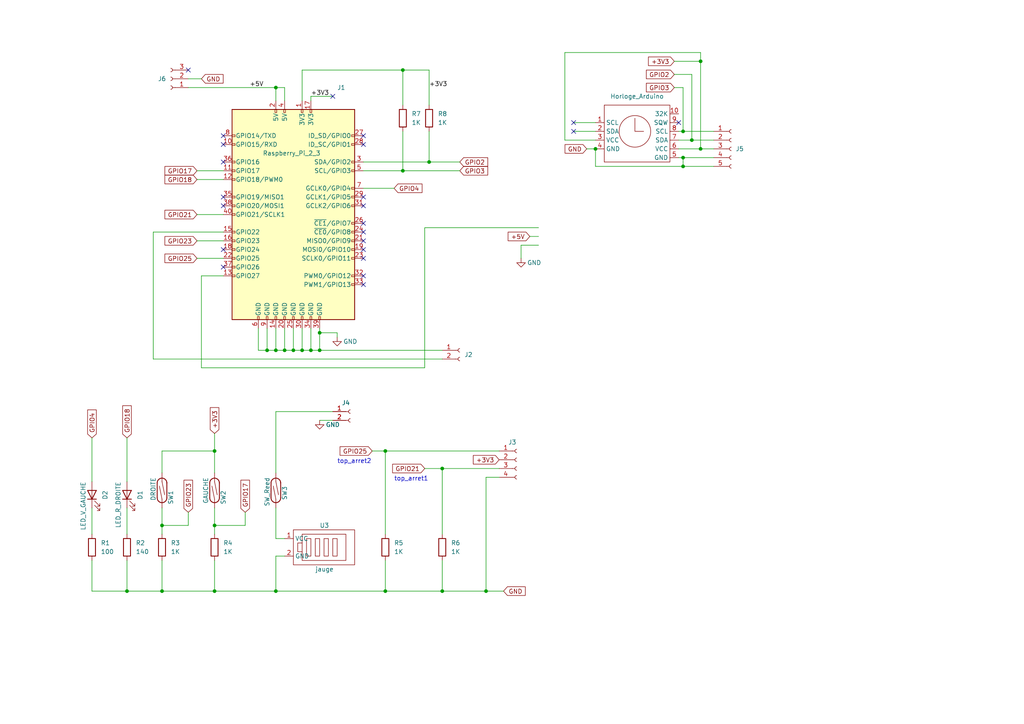
<source format=kicad_sch>
(kicad_sch (version 20211123) (generator eeschema)
  (paper "A4")
  (title_block (title "kosmos") (date "2022-06-02") (rev "V2") (company "konkarlab"))
  (lib_symbols
    (symbol "Conn_01x02_Female_1" (pin_names (offset 1.016) hide)
      (property "Reference" "J4" (at 2.54 -1.27 0))
      (property "Value" "12v_conv" (at 3.81 2.54 0))
      (symbol "Conn_01x02_Female_1_1_1"
        (arc (start 0 -2.032) (mid -0.508 -2.54) (end 0 -3.048) (stroke (width 0.1524)))
        (polyline (pts (xy -1.27 -2.54) (xy -0.508 -2.54)) (stroke (width 0.1524)))
        (polyline (pts (xy -1.27 0) (xy -0.508 0)) (stroke (width 0.1524)))
        (arc (start 0 0.508) (mid -0.508 0) (end 0 -0.508) (stroke (width 0.1524)))
        (pin passive line (at -5.08 0 0) (length 3.81) (name "Pin_1") (number "1"))
        (pin passive line (at -5.08 -2.54 0) (length 3.81) (name "Pin_2") (number "2"))
      )
    )
    (symbol "Conn_01x03_Female_1" (pin_names (offset 1.016) hide)
      (property "Reference" "J6" (at -1.27 6.35 0))
      (symbol "Conn_01x03_Female_1_1_1"
        (arc (start 0 -2.032) (mid -0.508 -2.54) (end 0 -3.048) (stroke (width 0.1524)))
        (polyline (pts (xy -1.27 -2.54) (xy -0.508 -2.54)) (stroke (width 0.1524)))
        (polyline (pts (xy -1.27 0) (xy -0.508 0)) (stroke (width 0.1524)))
        (polyline (pts (xy -1.27 2.54) (xy -0.508 2.54)) (stroke (width 0.1524)))
        (arc (start 0 0.508) (mid -0.508 0) (end 0 -0.508) (stroke (width 0.1524)))
        (arc (start 0 3.048) (mid -0.508 2.54) (end 0 2.032) (stroke (width 0.1524)))
        (pin passive line (at -5.08 2.54 0) (length 3.81) (name "Pin_1") (number "1"))
        (pin passive line (at -5.08 0 0) (length 3.81) (name "Pin_2") (number "2"))
        (pin passive line (at -5.08 -2.54 0) (length 3.81) (name "Pin_3") (number "3"))
      )
    )
    (symbol "Connector:Conn_01x02_Female" (pin_names (offset 1.016) hide)
      (property "Reference" "J2" (at 0.635 7.62 0))
      (property "Value" "CDE_ESP" (at 0.635 5.08 0))
      (symbol "Conn_01x02_Female_1_1"
        (arc (start 0 -2.032) (mid -0.508 -2.54) (end 0 -3.048) (stroke (width 0.1524)))
        (polyline (pts (xy -1.27 -2.54) (xy -0.508 -2.54)) (stroke (width 0.1524)))
        (polyline (pts (xy -1.27 0) (xy -0.508 0)) (stroke (width 0.1524)))
        (arc (start 0 0.508) (mid -0.508 0) (end 0 -0.508) (stroke (width 0.1524)))
        (pin passive line (at -5.08 0 0) (length 3.81) (name "Pin_1") (number "1"))
        (pin passive line (at -5.08 -2.54 0) (length 3.81) (name "Pin_2") (number "2"))
      )
    )
    (symbol "Connector:Conn_01x04_Female" (pin_names (offset 1.016) hide)
      (property "Reference" "J3" (at 1.27 0.0001 0))
      (property "Value" "FACADE" (at 1.27 -2.5399 0))
      (symbol "Conn_01x04_Female_1_1"
        (arc (start 0 -4.572) (mid -0.508 -5.08) (end 0 -5.588) (stroke (width 0.1524)))
        (arc (start 0 -2.032) (mid -0.508 -2.54) (end 0 -3.048) (stroke (width 0.1524)))
        (polyline (pts (xy -1.27 -5.08) (xy -0.508 -5.08)) (stroke (width 0.1524)))
        (polyline (pts (xy -1.27 -2.54) (xy -0.508 -2.54)) (stroke (width 0.1524)))
        (polyline (pts (xy -1.27 0) (xy -0.508 0)) (stroke (width 0.1524)))
        (polyline (pts (xy -1.27 2.54) (xy -0.508 2.54)) (stroke (width 0.1524)))
        (arc (start 0 0.508) (mid -0.508 0) (end 0 -0.508) (stroke (width 0.1524)))
        (arc (start 0 3.048) (mid -0.508 2.54) (end 0 2.032) (stroke (width 0.1524)))
        (pin passive line (at -5.08 2.54 0) (length 3.81) (name "Pin_1") (number "1"))
        (pin passive line (at -5.08 0 0) (length 3.81) (name "Pin_2") (number "2"))
        (pin passive line (at -5.08 -2.54 0) (length 3.81) (name "Pin_3") (number "3"))
        (pin passive line (at -5.08 -5.08 0) (length 3.81) (name "Pin_4") (number "4"))
      )
    )
    (symbol "Connector:Conn_01x05_Female" (pin_names (offset 1.016) hide)
      (property "Reference" "J?" (at 1.27 1.2701 0))
      (property "Value" "Conn_01x05_Female" (at 1.27 -1.2699 0))
      (symbol "Conn_01x05_Female_1_1"
        (arc (start 0 -4.572) (mid -0.508 -5.08) (end 0 -5.588) (stroke (width 0.1524)))
        (arc (start 0 -2.032) (mid -0.508 -2.54) (end 0 -3.048) (stroke (width 0.1524)))
        (polyline (pts (xy -1.27 -5.08) (xy -0.508 -5.08)) (stroke (width 0.1524)))
        (polyline (pts (xy -1.27 -2.54) (xy -0.508 -2.54)) (stroke (width 0.1524)))
        (polyline (pts (xy -1.27 0) (xy -0.508 0)) (stroke (width 0.1524)))
        (polyline (pts (xy -1.27 2.54) (xy -0.508 2.54)) (stroke (width 0.1524)))
        (polyline (pts (xy -1.27 5.08) (xy -0.508 5.08)) (stroke (width 0.1524)))
        (arc (start 0 0.508) (mid -0.508 0) (end 0 -0.508) (stroke (width 0.1524)))
        (arc (start 0 3.048) (mid -0.508 2.54) (end 0 2.032) (stroke (width 0.1524)))
        (arc (start 0 5.588) (mid -0.508 5.08) (end 0 4.572) (stroke (width 0.1524)))
        (pin passive line (at -5.08 5.08 0) (length 3.81) (name "Pin_1") (number "1"))
        (pin passive line (at -5.08 2.54 0) (length 3.81) (name "Pin_2") (number "2"))
        (pin passive line (at -5.08 0 0) (length 3.81) (name "Pin_3") (number "3"))
        (pin passive line (at -5.08 -2.54 0) (length 3.81) (name "Pin_4") (number "4"))
        (pin passive line (at -5.08 -5.08 0) (length 3.81) (name "Pin_5") (number "5"))
      )
    )
    (symbol "Connector:Raspberry_Pi_2_3" (pin_names (offset 1.016))
      (property "Reference" "J" (at -17.78 31.75 0))
      (property "Value" "Raspberry_Pi_2_3" (at 10.16 -31.75 0))
      (symbol "Raspberry_Pi_2_3_0_1"
        (rectangle (start -17.78 30.48) (end 17.78 -30.48) (stroke (width 0.254)) (fill (type background)))
      )
      (symbol "Raspberry_Pi_2_3_1_1"
        (rectangle (start -16.891 -17.526) (end -17.78 -18.034))
        (rectangle (start -16.891 -14.986) (end -17.78 -15.494))
        (rectangle (start -16.891 -12.446) (end -17.78 -12.954))
        (rectangle (start -16.891 -9.906) (end -17.78 -10.414))
        (rectangle (start -16.891 -7.366) (end -17.78 -7.874))
        (rectangle (start -16.891 -4.826) (end -17.78 -5.334))
        (rectangle (start -16.891 0.254) (end -17.78 -0.254))
        (rectangle (start -16.891 2.794) (end -17.78 2.286))
        (rectangle (start -16.891 5.334) (end -17.78 4.826))
        (rectangle (start -16.891 10.414) (end -17.78 9.906))
        (rectangle (start -16.891 12.954) (end -17.78 12.446))
        (rectangle (start -16.891 15.494) (end -17.78 14.986))
        (rectangle (start -16.891 20.574) (end -17.78 20.066))
        (rectangle (start -16.891 23.114) (end -17.78 22.606))
        (rectangle (start -10.414 -29.591) (end -9.906 -30.48))
        (rectangle (start -7.874 -29.591) (end -7.366 -30.48))
        (rectangle (start -5.334 -29.591) (end -4.826 -30.48))
        (rectangle (start -5.334 30.48) (end -4.826 29.591))
        (rectangle (start -2.794 -29.591) (end -2.286 -30.48))
        (rectangle (start -2.794 30.48) (end -2.286 29.591))
        (rectangle (start -0.254 -29.591) (end 0.254 -30.48))
        (rectangle (start 2.286 -29.591) (end 2.794 -30.48))
        (rectangle (start 2.286 30.48) (end 2.794 29.591))
        (rectangle (start 4.826 -29.591) (end 5.334 -30.48))
        (rectangle (start 4.826 30.48) (end 5.334 29.591))
        (rectangle (start 7.366 -29.591) (end 7.874 -30.48))
        (rectangle (start 17.78 -20.066) (end 16.891 -20.574))
        (rectangle (start 17.78 -17.526) (end 16.891 -18.034))
        (rectangle (start 17.78 -12.446) (end 16.891 -12.954))
        (rectangle (start 17.78 -9.906) (end 16.891 -10.414))
        (rectangle (start 17.78 -7.366) (end 16.891 -7.874))
        (rectangle (start 17.78 -4.826) (end 16.891 -5.334))
        (rectangle (start 17.78 -2.286) (end 16.891 -2.794))
        (rectangle (start 17.78 2.794) (end 16.891 2.286))
        (rectangle (start 17.78 5.334) (end 16.891 4.826))
        (rectangle (start 17.78 7.874) (end 16.891 7.366))
        (rectangle (start 17.78 12.954) (end 16.891 12.446))
        (rectangle (start 17.78 15.494) (end 16.891 14.986))
        (rectangle (start 17.78 20.574) (end 16.891 20.066))
        (rectangle (start 17.78 23.114) (end 16.891 22.606))
        (pin power_in line (at 2.54 33.02 270) (length 2.54) (name "3V3") (number "1"))
        (pin bidirectional line (at -20.32 20.32 0) (length 2.54) (name "GPIO15/RXD") (number "10"))
        (pin bidirectional line (at -20.32 12.7 0) (length 2.54) (name "GPIO17") (number "11"))
        (pin bidirectional line (at -20.32 10.16 0) (length 2.54) (name "GPIO18/PWM0") (number "12"))
        (pin bidirectional line (at -20.32 -17.78 0) (length 2.54) (name "GPIO27") (number "13"))
        (pin power_in line (at -5.08 -33.02 90) (length 2.54) (name "GND") (number "14"))
        (pin bidirectional line (at -20.32 -5.08 0) (length 2.54) (name "GPIO22") (number "15"))
        (pin bidirectional line (at -20.32 -7.62 0) (length 2.54) (name "GPIO23") (number "16"))
        (pin power_in line (at 5.08 33.02 270) (length 2.54) (name "3V3") (number "17"))
        (pin bidirectional line (at -20.32 -10.16 0) (length 2.54) (name "GPIO24") (number "18"))
        (pin bidirectional line (at 20.32 -10.16 180) (length 2.54) (name "MOSI0/GPIO10") (number "19"))
        (pin power_in line (at -5.08 33.02 270) (length 2.54) (name "5V") (number "2"))
        (pin power_in line (at -2.54 -33.02 90) (length 2.54) (name "GND") (number "20"))
        (pin bidirectional line (at 20.32 -7.62 180) (length 2.54) (name "MISO0/GPIO9") (number "21"))
        (pin bidirectional line (at -20.32 -12.7 0) (length 2.54) (name "GPIO25") (number "22"))
        (pin bidirectional line (at 20.32 -12.7 180) (length 2.54) (name "SCLK0/GPIO11") (number "23"))
        (pin bidirectional line (at 20.32 -5.08 180) (length 2.54) (name "~{CE0}/GPIO8") (number "24"))
        (pin power_in line (at 0 -33.02 90) (length 2.54) (name "GND") (number "25"))
        (pin bidirectional line (at 20.32 -2.54 180) (length 2.54) (name "~{CE1}/GPIO7") (number "26"))
        (pin bidirectional line (at 20.32 22.86 180) (length 2.54) (name "ID_SD/GPIO0") (number "27"))
        (pin bidirectional line (at 20.32 20.32 180) (length 2.54) (name "ID_SC/GPIO1") (number "28"))
        (pin bidirectional line (at 20.32 5.08 180) (length 2.54) (name "GCLK1/GPIO5") (number "29"))
        (pin bidirectional line (at 20.32 15.24 180) (length 2.54) (name "SDA/GPIO2") (number "3"))
        (pin power_in line (at 2.54 -33.02 90) (length 2.54) (name "GND") (number "30"))
        (pin bidirectional line (at 20.32 2.54 180) (length 2.54) (name "GCLK2/GPIO6") (number "31"))
        (pin bidirectional line (at 20.32 -17.78 180) (length 2.54) (name "PWM0/GPIO12") (number "32"))
        (pin bidirectional line (at 20.32 -20.32 180) (length 2.54) (name "PWM1/GPIO13") (number "33"))
        (pin power_in line (at 5.08 -33.02 90) (length 2.54) (name "GND") (number "34"))
        (pin bidirectional line (at -20.32 5.08 0) (length 2.54) (name "GPIO19/MISO1") (number "35"))
        (pin bidirectional line (at -20.32 15.24 0) (length 2.54) (name "GPIO16") (number "36"))
        (pin bidirectional line (at -20.32 -15.24 0) (length 2.54) (name "GPIO26") (number "37"))
        (pin bidirectional line (at -20.32 2.54 0) (length 2.54) (name "GPIO20/MOSI1") (number "38"))
        (pin power_in line (at 7.62 -33.02 90) (length 2.54) (name "GND") (number "39"))
        (pin power_in line (at -2.54 33.02 270) (length 2.54) (name "5V") (number "4"))
        (pin bidirectional line (at -20.32 0 0) (length 2.54) (name "GPIO21/SCLK1") (number "40"))
        (pin bidirectional line (at 20.32 12.7 180) (length 2.54) (name "SCL/GPIO3") (number "5"))
        (pin power_in line (at -10.16 -33.02 90) (length 2.54) (name "GND") (number "6"))
        (pin bidirectional line (at 20.32 7.62 180) (length 2.54) (name "GCLK0/GPIO4") (number "7"))
        (pin bidirectional line (at -20.32 22.86 0) (length 2.54) (name "GPIO14/TXD") (number "8"))
        (pin power_in line (at -7.62 -33.02 90) (length 2.54) (name "GND") (number "9"))
      )
    )
    (symbol "Device:LED" (pin_numbers hide) (pin_names (offset 1.016) hide)
      (property "Reference" "D" (at 0 2.54 0))
      (property "Value" "LED" (at 0 -2.54 0))
      (symbol "LED_0_1"
        (polyline (pts (xy -1.27 -1.27) (xy -1.27 1.27)) (stroke (width 0.254)))
        (polyline (pts (xy -1.27 0) (xy 1.27 0)))
        (polyline (pts (xy 1.27 -1.27) (xy 1.27 1.27) (xy -1.27 0) (xy 1.27 -1.27)) (stroke (width 0.254)))
        (polyline (pts (xy -3.048 -0.762) (xy -4.572 -2.286) (xy -3.81 -2.286) (xy -4.572 -2.286) (xy -4.572 -1.524)))
        (polyline (pts (xy -1.778 -0.762) (xy -3.302 -2.286) (xy -2.54 -2.286) (xy -3.302 -2.286) (xy -3.302 -1.524)))
      )
      (symbol "LED_1_1"
        (pin passive line (at -3.81 0 0) (length 2.54) (name "K") (number "1"))
        (pin passive line (at 3.81 0 180) (length 2.54) (name "A") (number "2"))
      )
    )
    (symbol "Device:R" (pin_numbers hide) (pin_names (offset 0))
      (property "Reference" "R1" (at 2.54 1.2701 0))
      (property "Value" "R" (at 2.54 -1.2699 0))
      (symbol "R_0_1"
        (rectangle (start -1.016 -2.54) (end 1.016 2.54) (stroke (width 0.254)))
      )
      (symbol "R_1_1"
        (pin passive line (at 0 3.81 270) (length 1.27) (name "~") (number "1"))
        (pin passive line (at 0 -3.81 90) (length 1.27) (name "~") (number "2"))
      )
    )
    (symbol "Switch:SW_Reed" (pin_numbers hide) (pin_names (offset 0) hide)
      (property "Reference" "SW1" (at 0 6.35 0))
      (property "Value" "SW_Reed" (at 0 3.81 0))
      (symbol "SW_Reed_0_0"
        (arc (start -2.159 1.397) (mid -3.556 0) (end -2.159 -1.397) (stroke (width 0.254)))
        (polyline (pts (xy -2.54 0) (xy 1.27 0.762)))
        (polyline (pts (xy -2.159 -1.397) (xy 2.286 -1.397)) (stroke (width 0.254)))
        (polyline (pts (xy 2.159 1.397) (xy -2.159 1.397)) (stroke (width 0.254)))
        (polyline (pts (xy 2.54 0) (xy -1.27 -0.762)))
        (arc (start 2.159 -1.397) (mid 3.556 0) (end 2.159 1.397) (stroke (width 0.254)))
      )
      (symbol "SW_Reed_1_1"
        (pin passive line (at -5.08 0 0) (length 2.54) (name "1") (number "1"))
        (pin passive line (at 5.08 0 180) (length 2.54) (name "2") (number "2"))
      )
    )
    (symbol "ma_librairie:Horloge_Arduino"
      (property "Reference" "U?" (at 8.89 -21.59 0))
      (property "Value" "Horloge_Arduino" (at 2.54 -17.78 0))
      (symbol "Horloge_Arduino_0_1"
        (polyline (pts (xy 8.89 -3.81) (xy 8.89 -7.62) (xy 11.43 -7.62)))
        (polyline (pts (xy 0 0) (xy 19.05 0) (xy 19.05 -16.51) (xy 0 -16.51) (xy 0 0)))
        (circle (center 8.89 -7.62) (radius 4.5791))
      )
      (symbol "Horloge_Arduino_1_1"
        (pin input line (at -2.54 -5.08 0) (length 2.54) (name "SCL") (number "1"))
        (pin input line (at 21.59 -2.54 180) (length 2.54) (name "32K") (number "10"))
        (pin input line (at -2.54 -7.62 0) (length 2.54) (name "SDA") (number "2"))
        (pin input line (at -2.54 -10.16 0) (length 2.54) (name "VCC") (number "3"))
        (pin input line (at -2.54 -12.7 0) (length 2.54) (name "GND") (number "4"))
        (pin input line (at 21.59 -15.24 180) (length 2.54) (name "GND") (number "5"))
        (pin input line (at 21.59 -12.7 180) (length 2.54) (name "VCC") (number "6"))
        (pin input line (at 21.59 -10.16 180) (length 2.54) (name "SDA") (number "7"))
        (pin input line (at 21.59 -7.62 180) (length 2.54) (name "SCL") (number "8"))
        (pin input line (at 21.59 -5.08 180) (length 2.54) (name "SQW") (number "9"))
      )
    )
    (symbol "ma_librairie:jauge"
      (property "Reference" "U" (at -3.81 2.54 0))
      (property "Value" "jauge" (at -3.81 2.54 0))
      (symbol "jauge_0_1"
        (polyline (pts (xy 2.54 -3.81) (xy 1.27 -3.81) (xy 1.27 -6.35) (xy 2.54 -6.35)))
        (polyline (pts (xy 0 0) (xy 17.78 0) (xy 17.78 -10.16) (xy 0 -10.16) (xy 0 0)))
        (polyline (pts (xy 2.54 -1.27) (xy 15.24 -1.27) (xy 15.24 -8.89) (xy 2.54 -8.89) (xy 2.54 -1.27)))
        (polyline (pts (xy 3.81 -2.54) (xy 3.81 -7.62) (xy 5.08 -7.62) (xy 5.08 -2.54) (xy 3.81 -2.54)))
        (polyline (pts (xy 6.35 -2.54) (xy 6.35 -7.62) (xy 7.62 -7.62) (xy 7.62 -2.54) (xy 6.35 -2.54)))
        (polyline (pts (xy 8.89 -2.54) (xy 8.89 -7.62) (xy 10.16 -7.62) (xy 10.16 -2.54) (xy 8.89 -2.54)))
        (polyline (pts (xy 11.43 -2.54) (xy 11.43 -7.62) (xy 12.7 -7.62) (xy 12.7 -2.54) (xy 11.43 -2.54)))
      )
      (symbol "jauge_1_1"
        (pin input line (at -2.54 -2.54 0) (length 2.54) (name "VCC") (number "1"))
        (pin input line (at -2.54 -7.62 0) (length 2.54) (name "GND") (number "2"))
      )
    )
    (symbol "power:GND" (power) (pin_names (offset 0))
      (property "Value" "GND" (at 0 -3.81 0))
      (symbol "GND_0_1"
        (polyline (pts (xy 0 0) (xy 0 -1.27) (xy 1.27 -1.27) (xy 0 -2.54) (xy -1.27 -1.27) (xy 0 -1.27)))
      )
      (symbol "GND_1_1"
        (pin power_in line (at 0 0 270) (length 0) hide (name "GND") (number "1"))
      )
    )
  )
  (junction (at 80.01 101.6))
  (junction (at 87.63 101.6))
  (junction (at 80.01 171.45))
  (junction (at 92.71 96.52))
  (junction (at 128.27 135.89))
  (junction (at 198.12 48.26))
  (junction (at 203.2 17.78))
  (junction (at 128.27 171.45))
  (junction (at 90.17 101.6))
  (junction (at 62.23 152.4))
  (junction (at 124.46 46.99))
  (junction (at 36.83 171.45))
  (junction (at 200.66 40.64))
  (junction (at 111.76 171.45))
  (junction (at 92.71 101.6))
  (junction (at 116.84 49.53))
  (junction (at 80.01 25.4))
  (junction (at 46.99 171.45))
  (junction (at 62.23 171.45))
  (junction (at 140.97 171.45))
  (junction (at 85.09 101.6))
  (junction (at 172.72 43.18))
  (junction (at 198.12 45.72))
  (junction (at 116.84 20.32))
  (junction (at 203.2 43.18))
  (junction (at 111.76 130.81))
  (junction (at 46.99 152.4))
  (junction (at 62.23 130.81))
  (junction (at 198.12 38.1))
  (junction (at 82.55 101.6))
  (junction (at 77.47 101.6))
  (no_connect (at 196.85 35.56))
  (no_connect (at 96.52 27.94))
  (no_connect (at 105.41 41.91))
  (no_connect (at 105.41 39.37))
  (no_connect (at 105.41 57.15))
  (no_connect (at 105.41 67.31))
  (no_connect (at 105.41 64.77))
  (no_connect (at 105.41 59.69))
  (no_connect (at 64.77 39.37))
  (no_connect (at 64.77 41.91))
  (no_connect (at 64.77 77.47))
  (no_connect (at 64.77 72.39))
  (no_connect (at 64.77 59.69))
  (no_connect (at 64.77 57.15))
  (no_connect (at 64.77 46.99))
  (no_connect (at 105.41 82.55))
  (no_connect (at 105.41 80.01))
  (no_connect (at 105.41 74.93))
  (no_connect (at 105.41 72.39))
  (no_connect (at 105.41 69.85))
  (no_connect (at 166.37 35.56))
  (no_connect (at 166.37 38.1))
  (no_connect (at 54.61 20.32))
  (wire (pts (xy 200.66 40.64) (xy 207.01 40.64)))
  (wire (pts (xy 92.71 121.92) (xy 96.52 121.92)))
  (wire (pts (xy 111.76 171.45) (xy 128.27 171.45)))
  (wire (pts (xy 172.72 43.18) (xy 172.72 48.26)))
  (wire (pts (xy 80.01 137.16) (xy 80.01 119.38)))
  (wire (pts (xy 82.55 95.25) (xy 82.55 101.6)))
  (wire (pts (xy 198.12 38.1) (xy 207.01 38.1)))
  (wire (pts (xy 163.83 40.64) (xy 163.83 15.24)))
  (wire (pts (xy 156.21 68.58) (xy 153.67 68.58)))
  (wire (pts (xy 80.01 156.21) (xy 82.55 156.21)))
  (wire (pts (xy 26.67 171.45) (xy 36.83 171.45)))
  (wire (pts (xy 92.71 101.6) (xy 92.71 96.52)))
  (wire (pts (xy 46.99 147.32) (xy 46.99 152.4)))
  (wire (pts (xy 116.84 20.32) (xy 116.84 30.48)))
  (wire (pts (xy 87.63 29.21) (xy 87.63 20.32)))
  (wire (pts (xy 80.01 95.25) (xy 80.01 101.6)))
  (wire (pts (xy 57.15 74.93) (xy 64.77 74.93)))
  (wire (pts (xy 57.15 69.85) (xy 64.77 69.85)))
  (wire (pts (xy 200.66 21.59) (xy 200.66 40.64)))
  (wire (pts (xy 105.41 49.53) (xy 116.84 49.53)))
  (wire (pts (xy 71.12 148.59) (xy 71.12 152.4)))
  (wire (pts (xy 151.13 71.12) (xy 156.21 71.12)))
  (wire (pts (xy 128.27 154.94) (xy 128.27 135.89)))
  (wire (pts (xy 26.67 162.56) (xy 26.67 171.45)))
  (wire (pts (xy 80.01 119.38) (xy 96.52 119.38)))
  (wire (pts (xy 62.23 130.81) (xy 62.23 125.73)))
  (wire (pts (xy 82.55 25.4) (xy 80.01 25.4)))
  (wire (pts (xy 90.17 29.21) (xy 90.17 27.94)))
  (wire (pts (xy 64.77 67.31) (xy 44.45 67.31)))
  (wire (pts (xy 203.2 17.78) (xy 203.2 43.18)))
  (wire (pts (xy 87.63 101.6) (xy 90.17 101.6)))
  (wire (pts (xy 124.46 38.1) (xy 124.46 46.99)))
  (wire (pts (xy 195.58 25.4) (xy 198.12 25.4)))
  (wire (pts (xy 207.01 43.18) (xy 203.2 43.18)))
  (wire (pts (xy 26.67 127) (xy 26.67 139.7)))
  (wire (pts (xy 195.58 21.59) (xy 200.66 21.59)))
  (wire (pts (xy 87.63 95.25) (xy 87.63 101.6)))
  (wire (pts (xy 46.99 162.56) (xy 46.99 171.45)))
  (wire (pts (xy 44.45 67.31) (xy 44.45 104.14)))
  (wire (pts (xy 90.17 95.25) (xy 90.17 101.6)))
  (wire (pts (xy 80.01 171.45) (xy 111.76 171.45)))
  (wire (pts (xy 105.41 54.61) (xy 114.3 54.61)))
  (wire (pts (xy 128.27 171.45) (xy 140.97 171.45)))
  (wire (pts (xy 82.55 101.6) (xy 85.09 101.6)))
  (wire (pts (xy 151.13 74.93) (xy 151.13 71.12)))
  (wire (pts (xy 92.71 101.6) (xy 128.27 101.6)))
  (wire (pts (xy 128.27 162.56) (xy 128.27 171.45)))
  (wire (pts (xy 140.97 171.45) (xy 146.05 171.45)))
  (wire (pts (xy 80.01 161.29) (xy 80.01 171.45)))
  (wire (pts (xy 196.85 45.72) (xy 198.12 45.72)))
  (wire (pts (xy 80.01 101.6) (xy 82.55 101.6)))
  (wire (pts (xy 144.78 138.43) (xy 140.97 138.43)))
  (wire (pts (xy 62.23 147.32) (xy 62.23 152.4)))
  (wire (pts (xy 46.99 171.45) (xy 62.23 171.45)))
  (wire (pts (xy 128.27 135.89) (xy 144.78 135.89)))
  (wire (pts (xy 77.47 101.6) (xy 80.01 101.6)))
  (wire (pts (xy 87.63 20.32) (xy 116.84 20.32)))
  (wire (pts (xy 170.18 43.18) (xy 172.72 43.18)))
  (wire (pts (xy 90.17 101.6) (xy 92.71 101.6)))
  (wire (pts (xy 196.85 38.1) (xy 198.12 38.1)))
  (wire (pts (xy 54.61 148.59) (xy 54.61 152.4)))
  (wire (pts (xy 85.09 101.6) (xy 87.63 101.6)))
  (wire (pts (xy 166.37 38.1) (xy 172.72 38.1)))
  (wire (pts (xy 58.42 106.68) (xy 123.19 106.68)))
  (wire (pts (xy 36.83 127) (xy 36.83 139.7)))
  (wire (pts (xy 123.19 135.89) (xy 128.27 135.89)))
  (wire (pts (xy 71.12 152.4) (xy 62.23 152.4)))
  (wire (pts (xy 116.84 20.32) (xy 124.46 20.32)))
  (wire (pts (xy 107.95 130.81) (xy 111.76 130.81)))
  (wire (pts (xy 77.47 95.25) (xy 77.47 101.6)))
  (wire (pts (xy 57.15 52.07) (xy 64.77 52.07)))
  (wire (pts (xy 46.99 152.4) (xy 46.99 154.94)))
  (wire (pts (xy 54.61 152.4) (xy 46.99 152.4)))
  (wire (pts (xy 124.46 20.32) (xy 124.46 30.48)))
  (wire (pts (xy 54.61 22.86) (xy 58.42 22.86)))
  (wire (pts (xy 163.83 40.64) (xy 172.72 40.64)))
  (wire (pts (xy 124.46 46.99) (xy 133.35 46.99)))
  (wire (pts (xy 58.42 80.01) (xy 58.42 106.68)))
  (wire (pts (xy 80.01 147.32) (xy 80.01 156.21)))
  (wire (pts (xy 123.19 106.68) (xy 123.19 66.04)))
  (wire (pts (xy 74.93 95.25) (xy 74.93 101.6)))
  (wire (pts (xy 62.23 130.81) (xy 62.23 137.16)))
  (wire (pts (xy 105.41 46.99) (xy 124.46 46.99)))
  (wire (pts (xy 196.85 43.18) (xy 203.2 43.18)))
  (wire (pts (xy 64.77 80.01) (xy 58.42 80.01)))
  (wire (pts (xy 62.23 171.45) (xy 80.01 171.45)))
  (wire (pts (xy 123.19 66.04) (xy 156.21 66.04)))
  (wire (pts (xy 46.99 137.16) (xy 46.99 130.81)))
  (wire (pts (xy 198.12 45.72) (xy 207.01 45.72)))
  (wire (pts (xy 62.23 162.56) (xy 62.23 171.45)))
  (wire (pts (xy 80.01 29.21) (xy 80.01 25.4)))
  (wire (pts (xy 111.76 154.94) (xy 111.76 130.81)))
  (wire (pts (xy 111.76 162.56) (xy 111.76 171.45)))
  (wire (pts (xy 82.55 29.21) (xy 82.55 25.4)))
  (wire (pts (xy 140.97 138.43) (xy 140.97 171.45)))
  (wire (pts (xy 74.93 101.6) (xy 77.47 101.6)))
  (wire (pts (xy 92.71 96.52) (xy 92.71 95.25)))
  (wire (pts (xy 116.84 49.53) (xy 133.35 49.53)))
  (wire (pts (xy 57.15 62.23) (xy 64.77 62.23)))
  (wire (pts (xy 163.83 15.24) (xy 203.2 15.24)))
  (wire (pts (xy 195.58 17.78) (xy 203.2 17.78)))
  (wire (pts (xy 36.83 171.45) (xy 46.99 171.45)))
  (wire (pts (xy 54.61 25.4) (xy 80.01 25.4)))
  (wire (pts (xy 198.12 25.4) (xy 198.12 38.1)))
  (wire (pts (xy 203.2 15.24) (xy 203.2 17.78)))
  (wire (pts (xy 198.12 48.26) (xy 207.01 48.26)))
  (wire (pts (xy 166.37 35.56) (xy 172.72 35.56)))
  (wire (pts (xy 62.23 152.4) (xy 62.23 154.94)))
  (wire (pts (xy 85.09 95.25) (xy 85.09 101.6)))
  (wire (pts (xy 97.79 96.52) (xy 92.71 96.52)))
  (wire (pts (xy 90.17 27.94) (xy 96.52 27.94)))
  (wire (pts (xy 36.83 162.56) (xy 36.83 171.45)))
  (wire (pts (xy 26.67 147.32) (xy 26.67 154.94)))
  (wire (pts (xy 172.72 48.26) (xy 198.12 48.26)))
  (wire (pts (xy 57.15 49.53) (xy 64.77 49.53)))
  (wire (pts (xy 36.83 147.32) (xy 36.83 154.94)))
  (wire (pts (xy 116.84 38.1) (xy 116.84 49.53)))
  (wire (pts (xy 111.76 130.81) (xy 144.78 130.81)))
  (wire (pts (xy 46.99 130.81) (xy 62.23 130.81)))
  (wire (pts (xy 97.79 97.79) (xy 97.79 96.52)))
  (wire (pts (xy 44.45 104.14) (xy 128.27 104.14)))
  (wire (pts (xy 82.55 161.29) (xy 80.01 161.29)))
  (wire (pts (xy 198.12 45.72) (xy 198.12 48.26)))
  (wire (pts (xy 196.85 40.64) (xy 200.66 40.64)))
  (text "top_arret2" (at 97.79 134.62 0) (effects (font (size 1.27 1.27)) (justify left bottom)))
  (text "top_arret1" (at 114.3 139.7 0) (effects (font (size 1.27 1.27)) (justify left bottom)))
  (label "+3V3" (at 124.46 25.4 0))
  (label "+3V3" (at 90.17 27.94 0))
  (label "+5V" (at 72.39 25.4 0))
  (global_label "+3V3" (shape input) (at 195.58 17.78 180) (property "Intersheet References" "${INTERSHEET_REFS}" (effects hide)))
  (global_label "GPIO21" (shape input) (at 57.15 62.23 180) (property "Références Inter-Feuilles" "${INTERSHEET_REFS}" (effects hide)))
  (global_label "GPIO23" (shape input) (at 57.15 69.85 180) (property "Références Inter-Feuilles" "${INTERSHEET_REFS}" (effects hide)))
  (global_label "GPIO21" (shape input) (at 123.19 135.89 180) (property "Références Inter-Feuilles" "${INTERSHEET_REFS}" (effects hide)))
  (global_label "GPIO18" (shape input) (at 36.83 127 90) (property "Références Inter-Feuilles" "${INTERSHEET_REFS}" (effects hide)))
  (global_label "GPIO2" (shape input) (at 133.35 46.99 0) (property "Références Inter-Feuilles" "${INTERSHEET_REFS}" (effects hide)))
  (global_label "GPIO3" (shape input) (at 133.35 49.53 0) (property "Références Inter-Feuilles" "${INTERSHEET_REFS}" (effects hide)))
  (global_label "GND" (shape input) (at 170.18 43.18 180) (property "Références Inter-Feuilles" "${INTERSHEET_REFS}" (effects hide)))
  (global_label "GPIO25" (shape input) (at 107.95 130.81 180) (property "Références Inter-Feuilles" "${INTERSHEET_REFS}" (effects hide)))
  (global_label "GPIO4" (shape input) (at 26.67 127 90) (property "Références Inter-Feuilles" "${INTERSHEET_REFS}" (effects hide)))
  (global_label "GPIO3" (shape input) (at 195.58 25.4 180) (property "Références Inter-Feuilles" "${INTERSHEET_REFS}" (effects hide)))
  (global_label "+3V3" (shape input) (at 62.23 125.73 90) (property "Intersheet References" "${INTERSHEET_REFS}" (effects hide)))
  (global_label "GPIO17" (shape input) (at 71.12 148.59 90) (property "Références Inter-Feuilles" "${INTERSHEET_REFS}" (effects hide)))
  (global_label "GND" (shape input) (at 146.05 171.45 0) (property "Références Inter-Feuilles" "${INTERSHEET_REFS}" (effects hide)))
  (global_label "GPIO2" (shape input) (at 195.58 21.59 180) (property "Références Inter-Feuilles" "${INTERSHEET_REFS}" (effects hide)))
  (global_label "+5V" (shape input) (at 153.67 68.58 180) (property "Références Inter-Feuilles" "${INTERSHEET_REFS}" (effects hide)))
  (global_label "GPIO17" (shape input) (at 57.15 49.53 180) (property "Références Inter-Feuilles" "${INTERSHEET_REFS}" (effects hide)))
  (global_label "GPIO18" (shape input) (at 57.15 52.07 180) (property "Références Inter-Feuilles" "${INTERSHEET_REFS}" (effects hide)))
  (global_label "GPIO23" (shape input) (at 54.61 148.59 90) (property "Références Inter-Feuilles" "${INTERSHEET_REFS}" (effects hide)))
  (global_label "GPIO25" (shape input) (at 57.15 74.93 180) (property "Références Inter-Feuilles" "${INTERSHEET_REFS}" (effects hide)))
  (global_label "+3V3" (shape input) (at 144.78 133.35 180) (property "Intersheet References" "${INTERSHEET_REFS}" (effects hide)))
  (global_label "GPIO4" (shape input) (at 114.3 54.61 0) (property "Références Inter-Feuilles" "${INTERSHEET_REFS}" (effects hide)))
  (global_label "GND" (shape input) (at 58.42 22.86 0) (property "Références Inter-Feuilles" "${INTERSHEET_REFS}" (effects hide)))
  (symbol (lib_id "Connector:Conn_01x02_Female") (at 133.35 101.6 0) (unit 1)
    (property "Reference" "J2" (at 135.89 102.87 0))
    (property "Value" "CDE_ESP" (effects hide))
    (property "Footprint" "Connector_PinHeader_2.54mm:PinHeader_1x02_P2.54mm_Vertical" (effects hide))
    (property "Footprint" "Connector_PinHeader_2.54mm:PinHeader_1x02_P2.54mm_Vertical" (effects hide))
    (property "Reference" "J2" (effects hide))
    (property "Value" "CDE_ESP" (effects hide))
  )
  (symbol (lib_id "ma_librairie:jauge") (at 85.09 153.67 0) (unit 1)
    (property "Reference" "U3" (at 92.71 152.4 0) (effects (justify left)))
    (property "Value" "jauge" (at 91.44 165.1 0) (effects (justify left)))
    (property "Footprint" "Ma_librairie1:Jauge_arduino" (effects hide))
  )
  (symbol (lib_id "Switch:SW_Reed") (at 80.01 142.24 90) (unit 1)
    (property "Reference" "SW3" (at 82.55 140.9699 0) (effects (justify right)))
    (property "Value" "SW_Reed" (at 77.47 138.43 0) (effects (justify right)))
    (property "Footprint" "Resistor_THT:R_Axial_DIN0207_L6.3mm_D2.5mm_P15.24mm_Horizontal" (effects hide))
  )
  (symbol (lib_id "Connector:Conn_01x05_Female") (at 212.09 43.18 0) (unit 1)
    (property "Reference" "J5" (at 213.36 43.1799 0) (effects (justify left)))
    (property "Value" "Conn_01x05_Female" (effects hide))
    (property "Footprint" "Connector_PinHeader_2.54mm:PinHeader_1x05_P2.54mm_Vertical" (effects hide))
  )
  (symbol (lib_id "Device:R") (at 128.27 158.75 0) (unit 1)
    (property "Reference" "R6" (at 130.81 157.4799 0) (effects (justify left)))
    (property "Value" "1K" (at 130.81 160.0199 0) (effects (justify left)))
    (property "Footprint" "Resistor_THT:R_Axial_DIN0207_L6.3mm_D2.5mm_P10.16mm_Horizontal" (effects hide))
  )
  (symbol (lib_id "Device:R") (at 62.23 158.75 0) (unit 1)
    (property "Reference" "R4" (at 64.77 157.4799 0) (effects (justify left)))
    (property "Value" "1K" (at 64.77 160.0199 0) (effects (justify left)))
    (property "Footprint" "Resistor_THT:R_Axial_DIN0207_L6.3mm_D2.5mm_P10.16mm_Horizontal" (effects hide))
  )
  (symbol (lib_id "ma_librairie:Horloge_Arduino") (at 175.26 30.48 0) (unit 1)
    (property "Reference" "U1" (effects hide))
    (property "Value" "Horloge_Arduino" (at 184.785 27.94 0))
    (property "Footprint" "Ma_librairie1:Rtc_arduino" (effects hide))
  )
  (symbol (lib_id "Device:R") (at 46.99 158.75 0) (unit 1)
    (property "Reference" "R3" (at 49.53 157.4799 0) (effects (justify left)))
    (property "Value" "1K" (at 49.53 160.0199 0) (effects (justify left)))
    (property "Footprint" "Resistor_THT:R_Axial_DIN0207_L6.3mm_D2.5mm_P10.16mm_Horizontal" (effects hide))
  )
  (symbol (lib_id "Switch:SW_Reed") (at 46.99 142.24 90) (unit 1)
    (property "Reference" "SW1" (at 49.53 142.24 0) (effects (justify right)))
    (property "Value" "DROITE" (at 44.45 138.43 0) (effects (justify right)))
    (property "Footprint" "Resistor_THT:R_Axial_DIN0207_L6.3mm_D2.5mm_P15.24mm_Horizontal" (effects hide))
  )
  (symbol (lib_id "Device:R") (at 124.46 34.29 0) (unit 1)
    (property "Reference" "R8" (at 127 33.0199 0) (effects (justify left)))
    (property "Value" "1K" (at 127 35.5599 0) (effects (justify left)))
    (property "Footprint" "Resistor_THT:R_Axial_DIN0207_L6.3mm_D2.5mm_P10.16mm_Horizontal" (effects hide))
  )
  (symbol (lib_id "Device:LED") (at 26.67 143.51 90) (unit 1)
    (property "Reference" "D2" (at 30.48 142.24 0) (effects (justify right)))
    (property "Value" "LED_V_GAUCHE" (at 24.13 139.7 0) (effects (justify right)))
    (property "Footprint" "LED_THT:LED_D5.0mm_FlatTop" (effects hide))
  )
  (symbol (lib_id "Connector:Raspberry_Pi_2_3") (at 85.09 62.23 0) (unit 1)
    (property "Reference" "J1" (at 97.79 25.4 0) (effects (justify left)))
    (property "Value" "Raspberry_Pi_2_3" (at 76.2 44.45 0) (effects (justify left)))
    (property "Footprint" "Connector_PinHeader_2.54mm:PinHeader_2x20_P2.54mm_Vertical" (effects hide))
    (property "Datasheet" "https://www.raspberrypi.org/documentation/hardware/raspberrypi/schematics/rpi_SCH_3bplus_1p0_reduced.pdf" (effects hide))
  )
  (symbol (lib_name "Conn_01x02_Female_1") (lib_id "Connector:Conn_01x02_Female") (at 101.6 119.38 0) (unit 1)
    (property "Reference" "J4" (at 100.33 116.84 0))
    (property "Value" "12v_conv" (effects hide))
    (property "Footprint" "Connector_PinHeader_2.54mm:PinHeader_1x02_P2.54mm_Vertical" (effects hide))
    (property "Reference" "J4" (effects hide))
    (property "Value" "12v_conv" (effects hide))
  )
  (symbol (lib_id "Device:R") (at 116.84 34.29 0) (unit 1)
    (property "Reference" "R7" (at 119.38 33.0199 0) (effects (justify left)))
    (property "Value" "1K" (at 119.38 35.5599 0) (effects (justify left)))
    (property "Footprint" "Resistor_THT:R_Axial_DIN0207_L6.3mm_D2.5mm_P10.16mm_Horizontal" (effects hide))
  )
  (symbol (lib_name "Conn_01x03_Female_1") (lib_id "Connector:Conn_01x03_Female") (at 49.53 22.86 180) (unit 1)
    (property "Reference" "J6" (at 46.99 22.86 0))
    (property "Value" "5v_conv" (effects hide))
    (property "Footprint" "Connector_PinHeader_2.54mm:PinHeader_1x03_P2.54mm_Vertical" (effects hide))
    (property "Reference" "J6" (effects hide))
    (property "Value" "5v_conv" (effects hide))
  )
  (symbol (lib_id "Switch:SW_Reed") (at 62.23 142.24 90) (unit 1)
    (property "Reference" "SW2" (at 64.77 142.24 0) (effects (justify right)))
    (property "Value" "GAUCHE" (at 59.69 138.43 0) (effects (justify right)))
    (property "Footprint" "Resistor_THT:R_Axial_DIN0207_L6.3mm_D2.5mm_P15.24mm_Horizontal" (effects hide))
  )
  (symbol (lib_id "Device:LED") (at 36.83 143.51 90) (unit 1)
    (property "Reference" "D1" (at 40.64 142.24 0) (effects (justify right)))
    (property "Value" "LED_R_DROITE" (at 34.29 139.7 0) (effects (justify right)))
    (property "Footprint" "LED_THT:LED_D5.0mm_FlatTop" (effects hide))
  )
  (symbol (lib_id "Device:R") (at 111.76 158.75 0) (unit 1)
    (property "Reference" "R5" (at 114.3 157.4799 0) (effects (justify left)))
    (property "Value" "1K" (at 114.3 160.0199 0) (effects (justify left)))
    (property "Footprint" "Resistor_THT:R_Axial_DIN0207_L6.3mm_D2.5mm_P10.16mm_Horizontal" (effects hide))
  )
  (symbol (lib_id "Connector:Conn_01x04_Female") (at 149.86 133.35 0) (unit 1)
    (property "Reference" "J3" (at 148.59 128.27 0))
    (property "Value" "FACADE" (effects hide))
    (property "Footprint" "Connector_PinHeader_2.54mm:PinHeader_1x04_P2.54mm_Vertical" (effects hide))
    (property "Footprint" "Connector_PinHeader_2.54mm:PinHeader_1x04_P2.54mm_Vertical" (effects hide))
    (property "Reference" "J3" (effects hide))
    (property "Value" "FACADE" (effects hide))
  )
  (symbol (lib_id "power:GND") (at 151.13 74.93 0) (unit 1)
    (property "Reference" "#PWR0106" (effects hide))
    (property "Value" "GND" (at 154.94 76.2 0))
  )
  (symbol (lib_id "power:GND") (at 97.79 97.79 0) (unit 1)
    (property "Reference" "#PWR0101" (effects hide))
    (property "Value" "GND" (at 101.6 99.06 0))
  )
  (symbol (lib_id "power:GND") (at 92.71 121.92 0) (unit 1)
    (property "Reference" "#PWR0102" (effects hide))
    (property "Value" "GND" (at 96.52 123.19 0))
  )
  (symbol (lib_id "Device:R") (at 36.83 158.75 0) (unit 1)
    (property "Reference" "R2" (at 39.37 157.4799 0) (effects (justify left)))
    (property "Value" "140" (at 39.37 160.0199 0) (effects (justify left)))
    (property "Footprint" "Resistor_THT:R_Axial_DIN0207_L6.3mm_D2.5mm_P10.16mm_Horizontal" (effects hide))
  )
  (symbol (lib_id "Device:R") (at 26.67 158.75 0) (unit 1)
    (property "Reference" "R1" (at 29.21 157.4799 0) (effects (justify left)))
    (property "Value" "100" (at 29.21 160.0199 0) (effects (justify left)))
    (property "Footprint" "Resistor_THT:R_Axial_DIN0207_L6.3mm_D2.5mm_P10.16mm_Horizontal" (effects hide))
  )
)
</source>
